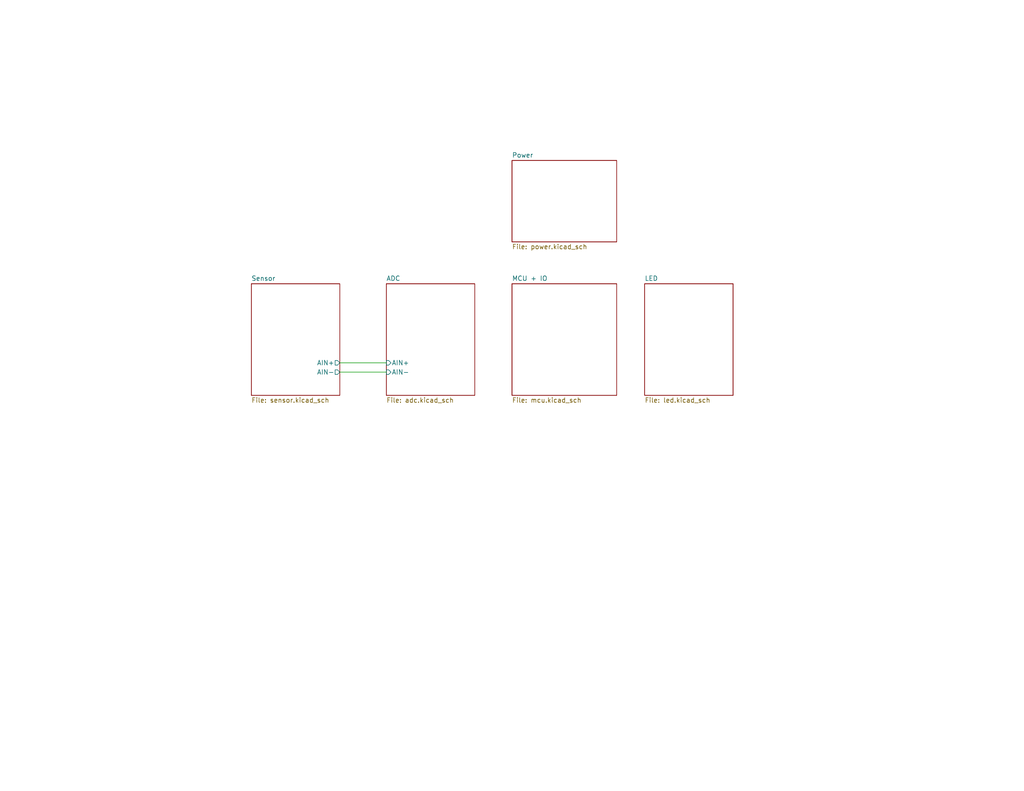
<source format=kicad_sch>
(kicad_sch
	(version 20250114)
	(generator "eeschema")
	(generator_version "9.0")
	(uuid "a818e058-3544-4da8-96fb-1a428660711f")
	(paper "A")
	(title_block
		(title "Development Board")
		(date "2025-03-03")
		(rev "2.3.1A")
		(company "Plastic Scanner")
	)
	(lib_symbols)
	(wire
		(pts
			(xy 92.71 99.06) (xy 105.41 99.06)
		)
		(stroke
			(width 0)
			(type default)
		)
		(uuid "3351ac8e-b228-4994-a6bc-f213fde0ba9d")
	)
	(wire
		(pts
			(xy 92.71 101.6) (xy 105.41 101.6)
		)
		(stroke
			(width 0)
			(type default)
		)
		(uuid "3b62b2ca-eb72-4574-8ccb-2c68daa108a6")
	)
	(sheet
		(at 175.895 77.47)
		(size 24.13 30.48)
		(exclude_from_sim no)
		(in_bom yes)
		(on_board yes)
		(dnp no)
		(fields_autoplaced yes)
		(stroke
			(width 0.1524)
			(type solid)
		)
		(fill
			(color 0 0 0 0.0000)
		)
		(uuid "2f10b7a1-df61-45b4-9fd1-1ebf21b41a15")
		(property "Sheetname" "LED"
			(at 175.895 76.7584 0)
			(effects
				(font
					(size 1.27 1.27)
				)
				(justify left bottom)
			)
		)
		(property "Sheetfile" "led.kicad_sch"
			(at 175.895 108.5346 0)
			(effects
				(font
					(size 1.27 1.27)
				)
				(justify left top)
			)
		)
		(instances
			(project "PCB KiCad"
				(path "/a818e058-3544-4da8-96fb-1a428660711f"
					(page "6")
				)
			)
		)
	)
	(sheet
		(at 139.7 43.815)
		(size 28.575 22.225)
		(exclude_from_sim no)
		(in_bom yes)
		(on_board yes)
		(dnp no)
		(fields_autoplaced yes)
		(stroke
			(width 0.1524)
			(type solid)
		)
		(fill
			(color 0 0 0 0.0000)
		)
		(uuid "5869e7b3-0d61-455b-97ad-e4e8b4829f27")
		(property "Sheetname" "Power"
			(at 139.7 43.1034 0)
			(effects
				(font
					(size 1.27 1.27)
				)
				(justify left bottom)
			)
		)
		(property "Sheetfile" "power.kicad_sch"
			(at 139.7 66.6246 0)
			(effects
				(font
					(size 1.27 1.27)
				)
				(justify left top)
			)
		)
		(instances
			(project "PCB KiCad"
				(path "/a818e058-3544-4da8-96fb-1a428660711f"
					(page "5")
				)
			)
		)
	)
	(sheet
		(at 68.58 77.47)
		(size 24.13 30.48)
		(exclude_from_sim no)
		(in_bom yes)
		(on_board yes)
		(dnp no)
		(fields_autoplaced yes)
		(stroke
			(width 0.1524)
			(type solid)
		)
		(fill
			(color 0 0 0 0.0000)
		)
		(uuid "98df1e87-3735-4cb9-8253-663f6eb2234f")
		(property "Sheetname" "Sensor"
			(at 68.58 76.7584 0)
			(effects
				(font
					(size 1.27 1.27)
				)
				(justify left bottom)
			)
		)
		(property "Sheetfile" "sensor.kicad_sch"
			(at 68.58 108.5346 0)
			(effects
				(font
					(size 1.27 1.27)
				)
				(justify left top)
			)
		)
		(pin "AIN-" output
			(at 92.71 101.6 0)
			(uuid "e1efccad-a997-4047-bab2-2b351e2e4052")
			(effects
				(font
					(size 1.27 1.27)
				)
				(justify right)
			)
		)
		(pin "AIN+" output
			(at 92.71 99.06 0)
			(uuid "ce738b1e-8f8b-4ead-9195-642a9471aea6")
			(effects
				(font
					(size 1.27 1.27)
				)
				(justify right)
			)
		)
		(instances
			(project "PCB KiCad"
				(path "/a818e058-3544-4da8-96fb-1a428660711f"
					(page "2")
				)
			)
		)
	)
	(sheet
		(at 105.41 77.47)
		(size 24.13 30.48)
		(exclude_from_sim no)
		(in_bom yes)
		(on_board yes)
		(dnp no)
		(fields_autoplaced yes)
		(stroke
			(width 0.1524)
			(type solid)
		)
		(fill
			(color 0 0 0 0.0000)
		)
		(uuid "a8dcb7a4-48cf-403e-b881-d44234291c62")
		(property "Sheetname" "ADC"
			(at 105.41 76.7584 0)
			(effects
				(font
					(size 1.27 1.27)
				)
				(justify left bottom)
			)
		)
		(property "Sheetfile" "adc.kicad_sch"
			(at 105.41 108.5346 0)
			(effects
				(font
					(size 1.27 1.27)
				)
				(justify left top)
			)
		)
		(pin "AIN+" input
			(at 105.41 99.06 180)
			(uuid "98b2bbfd-7a6b-4cd5-9c50-46e2608c36b7")
			(effects
				(font
					(size 1.27 1.27)
				)
				(justify left)
			)
		)
		(pin "AIN-" input
			(at 105.41 101.6 180)
			(uuid "d1eda5a5-0744-46cd-893f-5dd08993ad23")
			(effects
				(font
					(size 1.27 1.27)
				)
				(justify left)
			)
		)
		(instances
			(project "PCB KiCad"
				(path "/a818e058-3544-4da8-96fb-1a428660711f"
					(page "3")
				)
			)
		)
	)
	(sheet
		(at 139.7 77.47)
		(size 28.575 30.48)
		(exclude_from_sim no)
		(in_bom yes)
		(on_board yes)
		(dnp no)
		(fields_autoplaced yes)
		(stroke
			(width 0.1524)
			(type solid)
		)
		(fill
			(color 0 0 0 0.0000)
		)
		(uuid "f3879066-a91b-415e-b241-18f9d05de4a2")
		(property "Sheetname" "MCU + IO"
			(at 139.7 76.7584 0)
			(effects
				(font
					(size 1.27 1.27)
				)
				(justify left bottom)
			)
		)
		(property "Sheetfile" "mcu.kicad_sch"
			(at 139.7 108.5346 0)
			(effects
				(font
					(size 1.27 1.27)
				)
				(justify left top)
			)
		)
		(instances
			(project "PCB KiCad"
				(path "/a818e058-3544-4da8-96fb-1a428660711f"
					(page "4")
				)
			)
		)
	)
	(sheet_instances
		(path "/"
			(page "1")
		)
	)
	(embedded_fonts no)
)

</source>
